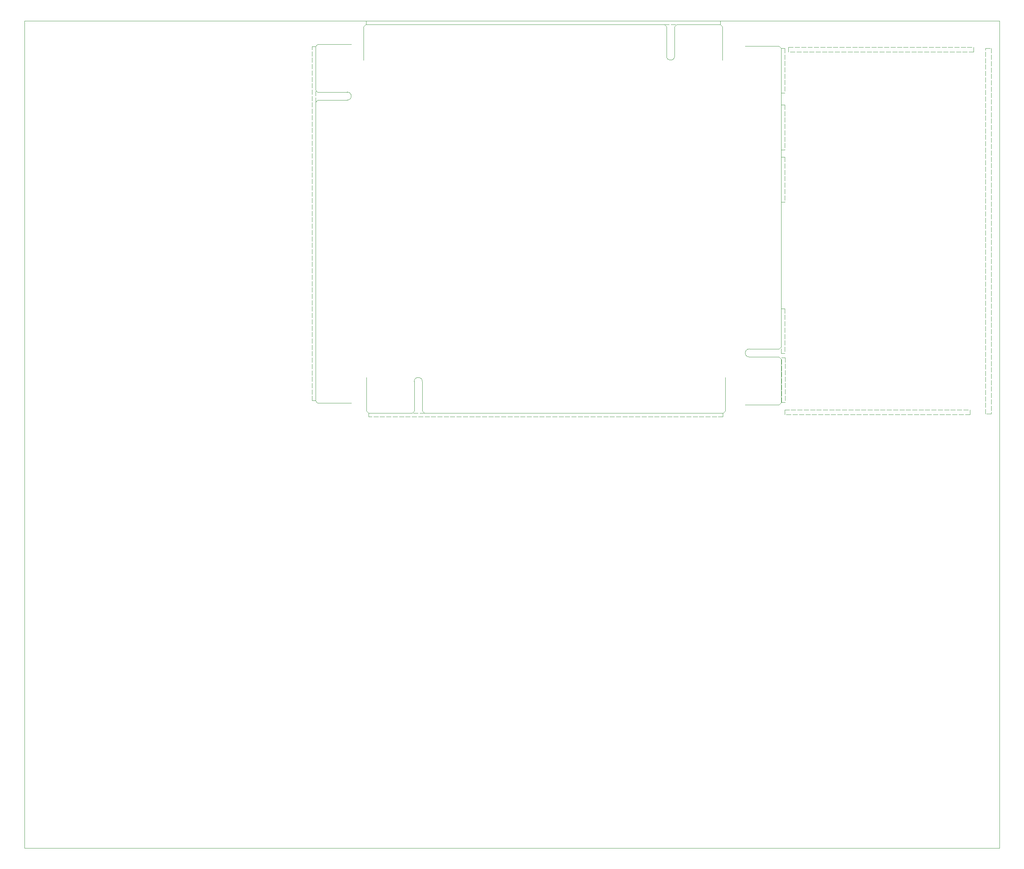
<source format=gbr>
%TF.GenerationSoftware,KiCad,Pcbnew,(7.0.0)*%
%TF.CreationDate,2023-03-18T13:26:35-04:00*%
%TF.ProjectId,FPGAs-Ard_RPi_BB,46504741-732d-4417-9264-5f5250695f42,rev?*%
%TF.SameCoordinates,Original*%
%TF.FileFunction,Profile,NP*%
%FSLAX46Y46*%
G04 Gerber Fmt 4.6, Leading zero omitted, Abs format (unit mm)*
G04 Created by KiCad (PCBNEW (7.0.0)) date 2023-03-18 13:26:35*
%MOMM*%
%LPD*%
G01*
G04 APERTURE LIST*
%TA.AperFunction,Profile*%
%ADD10C,0.100000*%
%TD*%
G04 APERTURE END LIST*
D10*
X354650000Y-22250000D02*
X355500000Y-22250000D01*
X355500000Y-22250000D02*
X355500000Y-23350000D01*
X355500000Y-23750000D02*
X355500000Y-24850000D01*
X355500000Y-25250000D02*
X355500000Y-26350000D01*
X355500000Y-26750000D02*
X355500000Y-27850000D01*
X355500000Y-28250000D02*
X355500000Y-29350000D01*
X355500000Y-29750000D02*
X355500000Y-30850000D01*
X355500000Y-31250000D02*
X355500000Y-32350000D01*
X355500000Y-32750000D02*
X355500000Y-32800000D01*
X355500000Y-32800000D02*
X354650000Y-32800000D01*
X354650000Y-32800000D02*
X354650000Y-31700000D01*
X354650000Y-31300000D02*
X354650000Y-30200000D01*
X354650000Y-29800000D02*
X354650000Y-28700000D01*
X354650000Y-28300000D02*
X354650000Y-27200000D01*
X354650000Y-26800000D02*
X354650000Y-25700000D01*
X354650000Y-25300000D02*
X354650000Y-24200000D01*
X354650000Y-23800000D02*
X354650000Y-22700000D01*
X354650000Y-22300000D02*
X354650000Y-22250000D01*
X244400000Y-21850000D02*
X245250000Y-21850000D01*
X245250000Y-21850000D02*
X245250000Y-22950000D01*
X245250000Y-23350000D02*
X245250000Y-24450000D01*
X245250000Y-24850000D02*
X245250000Y-25950000D01*
X245250000Y-26350000D02*
X245250000Y-27450000D01*
X245250000Y-27850000D02*
X245250000Y-28950000D01*
X245250000Y-29350000D02*
X245250000Y-30450000D01*
X245250000Y-30850000D02*
X245250000Y-31950000D01*
X245250000Y-32350000D02*
X245250000Y-33450000D01*
X245250000Y-33850000D02*
X245250000Y-34950000D01*
X245250000Y-35350000D02*
X245250000Y-36450000D01*
X245250000Y-36850000D02*
X245250000Y-37950000D01*
X245250000Y-38350000D02*
X245250000Y-39450000D01*
X245250000Y-39850000D02*
X245250000Y-40950000D01*
X245250000Y-41350000D02*
X245250000Y-42450000D01*
X245250000Y-42850000D02*
X245250000Y-43950000D01*
X245250000Y-44350000D02*
X245250000Y-45450000D01*
X245250000Y-45850000D02*
X245250000Y-46950000D01*
X245250000Y-47350000D02*
X245250000Y-48450000D01*
X245250000Y-48850000D02*
X245250000Y-49950000D01*
X245250000Y-50350000D02*
X245250000Y-51450000D01*
X245250000Y-51850000D02*
X245250000Y-52950000D01*
X245250000Y-53350000D02*
X245250000Y-54450000D01*
X245250000Y-54850000D02*
X245250000Y-55950000D01*
X245250000Y-56350000D02*
X245250000Y-57450000D01*
X245250000Y-57850000D02*
X245250000Y-58950000D01*
X245250000Y-59350000D02*
X245250000Y-60450000D01*
X245250000Y-60850000D02*
X245250000Y-61950000D01*
X245250000Y-62350000D02*
X245250000Y-63450000D01*
X245250000Y-63850000D02*
X245250000Y-64950000D01*
X245250000Y-65350000D02*
X245250000Y-66450000D01*
X245250000Y-66850000D02*
X245250000Y-67950000D01*
X245250000Y-68350000D02*
X245250000Y-69450000D01*
X245250000Y-69850000D02*
X245250000Y-70950000D01*
X245250000Y-71350000D02*
X245250000Y-72450000D01*
X245250000Y-72850000D02*
X245250000Y-73950000D01*
X245250000Y-74350000D02*
X245250000Y-75450000D01*
X245250000Y-75850000D02*
X245250000Y-76950000D01*
X245250000Y-77350000D02*
X245250000Y-78450000D01*
X245250000Y-78850000D02*
X245250000Y-79950000D01*
X245250000Y-80350000D02*
X245250000Y-81450000D01*
X245250000Y-81850000D02*
X245250000Y-82950000D01*
X245250000Y-83350000D02*
X245250000Y-84450000D01*
X245250000Y-84850000D02*
X245250000Y-85950000D01*
X245250000Y-86350000D02*
X245250000Y-87450000D01*
X245250000Y-87850000D02*
X245250000Y-88950000D01*
X245250000Y-89350000D02*
X245250000Y-90450000D01*
X245250000Y-90850000D02*
X245250000Y-91950000D01*
X245250000Y-92350000D02*
X245250000Y-93450000D01*
X245250000Y-93850000D02*
X245250000Y-94950000D01*
X245250000Y-95350000D02*
X245250000Y-96450000D01*
X245250000Y-96850000D02*
X245250000Y-97950000D01*
X245250000Y-98350000D02*
X245250000Y-99450000D01*
X245250000Y-99850000D02*
X245250000Y-100950000D01*
X245250000Y-101350000D02*
X245250000Y-102450000D01*
X245250000Y-102850000D02*
X245250000Y-103950000D01*
X245250000Y-104350000D02*
X245250000Y-105100000D01*
X245250000Y-105100000D02*
X244400000Y-105100000D01*
X244400000Y-105100000D02*
X244400000Y-104000000D01*
X244400000Y-103600000D02*
X244400000Y-102500000D01*
X244400000Y-102100000D02*
X244400000Y-101000000D01*
X244400000Y-100600000D02*
X244400000Y-99500000D01*
X244400000Y-99100000D02*
X244400000Y-98000000D01*
X244400000Y-97600000D02*
X244400000Y-96500000D01*
X244400000Y-96100000D02*
X244400000Y-95000000D01*
X244400000Y-94600000D02*
X244400000Y-93500000D01*
X244400000Y-93100000D02*
X244400000Y-92000000D01*
X244400000Y-91600000D02*
X244400000Y-90500000D01*
X244400000Y-90100000D02*
X244400000Y-89000000D01*
X244400000Y-88600000D02*
X244400000Y-87500000D01*
X244400000Y-87100000D02*
X244400000Y-86000000D01*
X244400000Y-85600000D02*
X244400000Y-84500000D01*
X244400000Y-84100000D02*
X244400000Y-83000000D01*
X244400000Y-82600000D02*
X244400000Y-81500000D01*
X244400000Y-81100000D02*
X244400000Y-80000000D01*
X244400000Y-79600000D02*
X244400000Y-78500000D01*
X244400000Y-78100000D02*
X244400000Y-77000000D01*
X244400000Y-76600000D02*
X244400000Y-75500000D01*
X244400000Y-75100000D02*
X244400000Y-74000000D01*
X244400000Y-73600000D02*
X244400000Y-72500000D01*
X244400000Y-72100000D02*
X244400000Y-71000000D01*
X244400000Y-70600000D02*
X244400000Y-69500000D01*
X244400000Y-69100000D02*
X244400000Y-68000000D01*
X244400000Y-67600000D02*
X244400000Y-66500000D01*
X244400000Y-66100000D02*
X244400000Y-65000000D01*
X244400000Y-64600000D02*
X244400000Y-63500000D01*
X244400000Y-63100000D02*
X244400000Y-62000000D01*
X244400000Y-61600000D02*
X244400000Y-60500000D01*
X244400000Y-60100000D02*
X244400000Y-59000000D01*
X244400000Y-58600000D02*
X244400000Y-57500000D01*
X244400000Y-57100000D02*
X244400000Y-56000000D01*
X244400000Y-55600000D02*
X244400000Y-54500000D01*
X244400000Y-54100000D02*
X244400000Y-53000000D01*
X244400000Y-52600000D02*
X244400000Y-51500000D01*
X244400000Y-51100000D02*
X244400000Y-50000000D01*
X244400000Y-49600000D02*
X244400000Y-48500000D01*
X244400000Y-48100000D02*
X244400000Y-47000000D01*
X244400000Y-46600000D02*
X244400000Y-45500000D01*
X244400000Y-45100000D02*
X244400000Y-44000000D01*
X244400000Y-43600000D02*
X244400000Y-42500000D01*
X244400000Y-42100000D02*
X244400000Y-41000000D01*
X244400000Y-40600000D02*
X244400000Y-39500000D01*
X244400000Y-39100000D02*
X244400000Y-38000000D01*
X244400000Y-37600000D02*
X244400000Y-36500000D01*
X244400000Y-36100000D02*
X244400000Y-35000000D01*
X244400000Y-34600000D02*
X244400000Y-33500000D01*
X244400000Y-33100000D02*
X244400000Y-32000000D01*
X244400000Y-31600000D02*
X244400000Y-30500000D01*
X244400000Y-30100000D02*
X244400000Y-29000000D01*
X244400000Y-28600000D02*
X244400000Y-27500000D01*
X244400000Y-27100000D02*
X244400000Y-26000000D01*
X244400000Y-25600000D02*
X244400000Y-24500000D01*
X244400000Y-24100000D02*
X244400000Y-23000000D01*
X244400000Y-22600000D02*
X244400000Y-21850000D01*
X354650000Y-35550000D02*
X355500000Y-35550000D01*
X355500000Y-35550000D02*
X355500000Y-36650000D01*
X355500000Y-37050000D02*
X355500000Y-38150000D01*
X355500000Y-38550000D02*
X355500000Y-39650000D01*
X355500000Y-40050000D02*
X355500000Y-41150000D01*
X355500000Y-41550000D02*
X355500000Y-42650000D01*
X355500000Y-43050000D02*
X355500000Y-44150000D01*
X355500000Y-44550000D02*
X355500000Y-45650000D01*
X355500000Y-46050000D02*
X355500000Y-46100000D01*
X355500000Y-46100000D02*
X354650000Y-46100000D01*
X354650000Y-46100000D02*
X354650000Y-45000000D01*
X354650000Y-44600000D02*
X354650000Y-43500000D01*
X354650000Y-43100000D02*
X354650000Y-42000000D01*
X354650000Y-41600000D02*
X354650000Y-40500000D01*
X354650000Y-40100000D02*
X354650000Y-39000000D01*
X354650000Y-38600000D02*
X354650000Y-37500000D01*
X354650000Y-37100000D02*
X354650000Y-36000000D01*
X354650000Y-35600000D02*
X354650000Y-35550000D01*
X257100000Y-15800000D02*
X258200000Y-15800000D01*
X258600000Y-15800000D02*
X259700000Y-15800000D01*
X260100000Y-15800000D02*
X261200000Y-15800000D01*
X261600000Y-15800000D02*
X262700000Y-15800000D01*
X263100000Y-15800000D02*
X264200000Y-15800000D01*
X264600000Y-15800000D02*
X265700000Y-15800000D01*
X266100000Y-15800000D02*
X267200000Y-15800000D01*
X267600000Y-15800000D02*
X268700000Y-15800000D01*
X269100000Y-15800000D02*
X270200000Y-15800000D01*
X270600000Y-15800000D02*
X271700000Y-15800000D01*
X272100000Y-15800000D02*
X273200000Y-15800000D01*
X273600000Y-15800000D02*
X274700000Y-15800000D01*
X275100000Y-15800000D02*
X276200000Y-15800000D01*
X276600000Y-15800000D02*
X277700000Y-15800000D01*
X278100000Y-15800000D02*
X279200000Y-15800000D01*
X279600000Y-15800000D02*
X280700000Y-15800000D01*
X281100000Y-15800000D02*
X282200000Y-15800000D01*
X282600000Y-15800000D02*
X283700000Y-15800000D01*
X284100000Y-15800000D02*
X285200000Y-15800000D01*
X285600000Y-15800000D02*
X286700000Y-15800000D01*
X287100000Y-15800000D02*
X288200000Y-15800000D01*
X288600000Y-15800000D02*
X289700000Y-15800000D01*
X290100000Y-15800000D02*
X291200000Y-15800000D01*
X291600000Y-15800000D02*
X292700000Y-15800000D01*
X293100000Y-15800000D02*
X294200000Y-15800000D01*
X294600000Y-15800000D02*
X295700000Y-15800000D01*
X296100000Y-15800000D02*
X297200000Y-15800000D01*
X297600000Y-15800000D02*
X298700000Y-15800000D01*
X299100000Y-15800000D02*
X300200000Y-15800000D01*
X300600000Y-15800000D02*
X301700000Y-15800000D01*
X302100000Y-15800000D02*
X303200000Y-15800000D01*
X303600000Y-15800000D02*
X304700000Y-15800000D01*
X305100000Y-15800000D02*
X306200000Y-15800000D01*
X306600000Y-15800000D02*
X307700000Y-15800000D01*
X308100000Y-15800000D02*
X309200000Y-15800000D01*
X309600000Y-15800000D02*
X310700000Y-15800000D01*
X311100000Y-15800000D02*
X312200000Y-15800000D01*
X312600000Y-15800000D02*
X313700000Y-15800000D01*
X314100000Y-15800000D02*
X315200000Y-15800000D01*
X315600000Y-15800000D02*
X316700000Y-15800000D01*
X317100000Y-15800000D02*
X318200000Y-15800000D01*
X318600000Y-15800000D02*
X319700000Y-15800000D01*
X320100000Y-15800000D02*
X321200000Y-15800000D01*
X321600000Y-15800000D02*
X322700000Y-15800000D01*
X323100000Y-15800000D02*
X324200000Y-15800000D01*
X324600000Y-15800000D02*
X325700000Y-15800000D01*
X326100000Y-15800000D02*
X327200000Y-15800000D01*
X327600000Y-15800000D02*
X328700000Y-15800000D01*
X329100000Y-15800000D02*
X330200000Y-15800000D01*
X330600000Y-15800000D02*
X331700000Y-15800000D01*
X332100000Y-15800000D02*
X333200000Y-15800000D01*
X333600000Y-15800000D02*
X334700000Y-15800000D01*
X335100000Y-15800000D02*
X336200000Y-15800000D01*
X336600000Y-15800000D02*
X337700000Y-15800000D01*
X338100000Y-15800000D02*
X339200000Y-15800000D01*
X339600000Y-15800000D02*
X340350000Y-15800000D01*
X340350000Y-15800000D02*
X340350000Y-16650000D01*
X340350000Y-16650000D02*
X339250000Y-16650000D01*
X338850000Y-16650000D02*
X337750000Y-16650000D01*
X337350000Y-16650000D02*
X336250000Y-16650000D01*
X335850000Y-16650000D02*
X334750000Y-16650000D01*
X334350000Y-16650000D02*
X333250000Y-16650000D01*
X332850000Y-16650000D02*
X331750000Y-16650000D01*
X331350000Y-16650000D02*
X330250000Y-16650000D01*
X329850000Y-16650000D02*
X328750000Y-16650000D01*
X328350000Y-16650000D02*
X327250000Y-16650000D01*
X326850000Y-16650000D02*
X325750000Y-16650000D01*
X325350000Y-16650000D02*
X324250000Y-16650000D01*
X323850000Y-16650000D02*
X322750000Y-16650000D01*
X322350000Y-16650000D02*
X321250000Y-16650000D01*
X320850000Y-16650000D02*
X319750000Y-16650000D01*
X319350000Y-16650000D02*
X318250000Y-16650000D01*
X317850000Y-16650000D02*
X316750000Y-16650000D01*
X316350000Y-16650000D02*
X315250000Y-16650000D01*
X314850000Y-16650000D02*
X313750000Y-16650000D01*
X313350000Y-16650000D02*
X312250000Y-16650000D01*
X311850000Y-16650000D02*
X310750000Y-16650000D01*
X310350000Y-16650000D02*
X309250000Y-16650000D01*
X308850000Y-16650000D02*
X307750000Y-16650000D01*
X307350000Y-16650000D02*
X306250000Y-16650000D01*
X305850000Y-16650000D02*
X304750000Y-16650000D01*
X304350000Y-16650000D02*
X303250000Y-16650000D01*
X302850000Y-16650000D02*
X301750000Y-16650000D01*
X301350000Y-16650000D02*
X300250000Y-16650000D01*
X299850000Y-16650000D02*
X298750000Y-16650000D01*
X298350000Y-16650000D02*
X297250000Y-16650000D01*
X296850000Y-16650000D02*
X295750000Y-16650000D01*
X295350000Y-16650000D02*
X294250000Y-16650000D01*
X293850000Y-16650000D02*
X292750000Y-16650000D01*
X292350000Y-16650000D02*
X291250000Y-16650000D01*
X290850000Y-16650000D02*
X289750000Y-16650000D01*
X289350000Y-16650000D02*
X288250000Y-16650000D01*
X287850000Y-16650000D02*
X286750000Y-16650000D01*
X286350000Y-16650000D02*
X285250000Y-16650000D01*
X284850000Y-16650000D02*
X283750000Y-16650000D01*
X283350000Y-16650000D02*
X282250000Y-16650000D01*
X281850000Y-16650000D02*
X280750000Y-16650000D01*
X280350000Y-16650000D02*
X279250000Y-16650000D01*
X278850000Y-16650000D02*
X277750000Y-16650000D01*
X277350000Y-16650000D02*
X276250000Y-16650000D01*
X275850000Y-16650000D02*
X274750000Y-16650000D01*
X274350000Y-16650000D02*
X273250000Y-16650000D01*
X272850000Y-16650000D02*
X271750000Y-16650000D01*
X271350000Y-16650000D02*
X270250000Y-16650000D01*
X269850000Y-16650000D02*
X268750000Y-16650000D01*
X268350000Y-16650000D02*
X267250000Y-16650000D01*
X266850000Y-16650000D02*
X265750000Y-16650000D01*
X265350000Y-16650000D02*
X264250000Y-16650000D01*
X263850000Y-16650000D02*
X262750000Y-16650000D01*
X262350000Y-16650000D02*
X261250000Y-16650000D01*
X260850000Y-16650000D02*
X259750000Y-16650000D01*
X259350000Y-16650000D02*
X258250000Y-16650000D01*
X257850000Y-16650000D02*
X257100000Y-16650000D01*
X257100000Y-16650000D02*
X257100000Y-15800000D01*
X402700000Y-22300000D02*
X403800000Y-22300000D01*
X404000000Y-22300000D02*
X404000000Y-23400000D01*
X404000000Y-23800000D02*
X404000000Y-24900000D01*
X404000000Y-25300000D02*
X404000000Y-26400000D01*
X404000000Y-26800000D02*
X404000000Y-27900000D01*
X404000000Y-28300000D02*
X404000000Y-29400000D01*
X404000000Y-29800000D02*
X404000000Y-30900000D01*
X404000000Y-31300000D02*
X404000000Y-32400000D01*
X404000000Y-32800000D02*
X404000000Y-33900000D01*
X404000000Y-34300000D02*
X404000000Y-35400000D01*
X404000000Y-35800000D02*
X404000000Y-36900000D01*
X404000000Y-37300000D02*
X404000000Y-38400000D01*
X404000000Y-38800000D02*
X404000000Y-39900000D01*
X404000000Y-40300000D02*
X404000000Y-41400000D01*
X404000000Y-41800000D02*
X404000000Y-42900000D01*
X404000000Y-43300000D02*
X404000000Y-44400000D01*
X404000000Y-44800000D02*
X404000000Y-45900000D01*
X404000000Y-46300000D02*
X404000000Y-47400000D01*
X404000000Y-47800000D02*
X404000000Y-48900000D01*
X404000000Y-49300000D02*
X404000000Y-50400000D01*
X404000000Y-50800000D02*
X404000000Y-51900000D01*
X404000000Y-52300000D02*
X404000000Y-53400000D01*
X404000000Y-53800000D02*
X404000000Y-54900000D01*
X404000000Y-55300000D02*
X404000000Y-56400000D01*
X404000000Y-56800000D02*
X404000000Y-57900000D01*
X404000000Y-58300000D02*
X404000000Y-59400000D01*
X404000000Y-59800000D02*
X404000000Y-60900000D01*
X404000000Y-61300000D02*
X404000000Y-62400000D01*
X404000000Y-62800000D02*
X404000000Y-63900000D01*
X404000000Y-64300000D02*
X404000000Y-65400000D01*
X404000000Y-65800000D02*
X404000000Y-66900000D01*
X404000000Y-67300000D02*
X404000000Y-68400000D01*
X404000000Y-68800000D02*
X404000000Y-69900000D01*
X404000000Y-70300000D02*
X404000000Y-71400000D01*
X404000000Y-71800000D02*
X404000000Y-72900000D01*
X404000000Y-73300000D02*
X404000000Y-74400000D01*
X404000000Y-74800000D02*
X404000000Y-75900000D01*
X404000000Y-76300000D02*
X404000000Y-77400000D01*
X404000000Y-77800000D02*
X404000000Y-78900000D01*
X404000000Y-79300000D02*
X404000000Y-80400000D01*
X404000000Y-80800000D02*
X404000000Y-81900000D01*
X404000000Y-82300000D02*
X404000000Y-83400000D01*
X404000000Y-83800000D02*
X404000000Y-84900000D01*
X404000000Y-85300000D02*
X404000000Y-86400000D01*
X404000000Y-86800000D02*
X404000000Y-87900000D01*
X404000000Y-88300000D02*
X404000000Y-89400000D01*
X404000000Y-89800000D02*
X404000000Y-90900000D01*
X404000000Y-91300000D02*
X404000000Y-92400000D01*
X404000000Y-92800000D02*
X404000000Y-93900000D01*
X404000000Y-94300000D02*
X404000000Y-95400000D01*
X404000000Y-95800000D02*
X404000000Y-96900000D01*
X404000000Y-97300000D02*
X404000000Y-98400000D01*
X404000000Y-98800000D02*
X404000000Y-99900000D01*
X404000000Y-100300000D02*
X404000000Y-101400000D01*
X404000000Y-101800000D02*
X404000000Y-102900000D01*
X404000000Y-103300000D02*
X404000000Y-104400000D01*
X404000000Y-104800000D02*
X404000000Y-105900000D01*
X404000000Y-106300000D02*
X404000000Y-107400000D01*
X404000000Y-107800000D02*
X404000000Y-108200000D01*
X404000000Y-108200000D02*
X402900000Y-108200000D01*
X402700000Y-108200000D02*
X402700000Y-107100000D01*
X402700000Y-106700000D02*
X402700000Y-105600000D01*
X402700000Y-105200000D02*
X402700000Y-104100000D01*
X402700000Y-103700000D02*
X402700000Y-102600000D01*
X402700000Y-102200000D02*
X402700000Y-101100000D01*
X402700000Y-100700000D02*
X402700000Y-99600000D01*
X402700000Y-99200000D02*
X402700000Y-98100000D01*
X402700000Y-97700000D02*
X402700000Y-96600000D01*
X402700000Y-96200000D02*
X402700000Y-95100000D01*
X402700000Y-94700000D02*
X402700000Y-93600000D01*
X402700000Y-93200000D02*
X402700000Y-92100000D01*
X402700000Y-91700000D02*
X402700000Y-90600000D01*
X402700000Y-90200000D02*
X402700000Y-89100000D01*
X402700000Y-88700000D02*
X402700000Y-87600000D01*
X402700000Y-87200000D02*
X402700000Y-86100000D01*
X402700000Y-85700000D02*
X402700000Y-84600000D01*
X402700000Y-84200000D02*
X402700000Y-83100000D01*
X402700000Y-82700000D02*
X402700000Y-81600000D01*
X402700000Y-81200000D02*
X402700000Y-80100000D01*
X402700000Y-79700000D02*
X402700000Y-78600000D01*
X402700000Y-78200000D02*
X402700000Y-77100000D01*
X402700000Y-76700000D02*
X402700000Y-75600000D01*
X402700000Y-75200000D02*
X402700000Y-74100000D01*
X402700000Y-73700000D02*
X402700000Y-72600000D01*
X402700000Y-72200000D02*
X402700000Y-71100000D01*
X402700000Y-70700000D02*
X402700000Y-69600000D01*
X402700000Y-69200000D02*
X402700000Y-68100000D01*
X402700000Y-67700000D02*
X402700000Y-66600000D01*
X402700000Y-66200000D02*
X402700000Y-65100000D01*
X402700000Y-64700000D02*
X402700000Y-63600000D01*
X402700000Y-63200000D02*
X402700000Y-62100000D01*
X402700000Y-61700000D02*
X402700000Y-60600000D01*
X402700000Y-60200000D02*
X402700000Y-59100000D01*
X402700000Y-58700000D02*
X402700000Y-57600000D01*
X402700000Y-57200000D02*
X402700000Y-56100000D01*
X402700000Y-55700000D02*
X402700000Y-54600000D01*
X402700000Y-54200000D02*
X402700000Y-53100000D01*
X402700000Y-52700000D02*
X402700000Y-51600000D01*
X402700000Y-51200000D02*
X402700000Y-50100000D01*
X402700000Y-49700000D02*
X402700000Y-48600000D01*
X402700000Y-48200000D02*
X402700000Y-47100000D01*
X402700000Y-46700000D02*
X402700000Y-45600000D01*
X402700000Y-45200000D02*
X402700000Y-44100000D01*
X402700000Y-43700000D02*
X402700000Y-42600000D01*
X402700000Y-42200000D02*
X402700000Y-41100000D01*
X402700000Y-40700000D02*
X402700000Y-39600000D01*
X402700000Y-39200000D02*
X402700000Y-38100000D01*
X402700000Y-37700000D02*
X402700000Y-36600000D01*
X402700000Y-36200000D02*
X402700000Y-35100000D01*
X402700000Y-34700000D02*
X402700000Y-33600000D01*
X402700000Y-33200000D02*
X402700000Y-32100000D01*
X402700000Y-31700000D02*
X402700000Y-30600000D01*
X402700000Y-30200000D02*
X402700000Y-29100000D01*
X402700000Y-28700000D02*
X402700000Y-27600000D01*
X402700000Y-27200000D02*
X402700000Y-26100000D01*
X402700000Y-25700000D02*
X402700000Y-24600000D01*
X402700000Y-24200000D02*
X402700000Y-23100000D01*
X402700000Y-22700000D02*
X402700000Y-22300000D01*
X176900000Y-15800000D02*
X406000000Y-15800000D01*
X406000000Y-15800000D02*
X406000000Y-210300000D01*
X406000000Y-210300000D02*
X176900000Y-210300000D01*
X176900000Y-210300000D02*
X176900000Y-15800000D01*
X354750000Y-94950000D02*
X355600000Y-94950000D01*
X355600000Y-94950000D02*
X355600000Y-96050000D01*
X355600000Y-96450000D02*
X355600000Y-97550000D01*
X355600000Y-97950000D02*
X355600000Y-99050000D01*
X355600000Y-99450000D02*
X355600000Y-100550000D01*
X355600000Y-100950000D02*
X355600000Y-102050000D01*
X355600000Y-102450000D02*
X355600000Y-103550000D01*
X355600000Y-103950000D02*
X355600000Y-105050000D01*
X355600000Y-105450000D02*
X355600000Y-105500000D01*
X355600000Y-105500000D02*
X354750000Y-105500000D01*
X354750000Y-105500000D02*
X354750000Y-104400000D01*
X354750000Y-104000000D02*
X354750000Y-102900000D01*
X354750000Y-102500000D02*
X354750000Y-101400000D01*
X354750000Y-101000000D02*
X354750000Y-99900000D01*
X354750000Y-99500000D02*
X354750000Y-98400000D01*
X354750000Y-98000000D02*
X354750000Y-96900000D01*
X354750000Y-96500000D02*
X354750000Y-95400000D01*
X354750000Y-95000000D02*
X354750000Y-94950000D01*
X355500000Y-107300000D02*
X356600000Y-107300000D01*
X357000000Y-107300000D02*
X358100000Y-107300000D01*
X358500000Y-107300000D02*
X359600000Y-107300000D01*
X360000000Y-107300000D02*
X361100000Y-107300000D01*
X361500000Y-107300000D02*
X362600000Y-107300000D01*
X363000000Y-107300000D02*
X364100000Y-107300000D01*
X364500000Y-107300000D02*
X365600000Y-107300000D01*
X366000000Y-107300000D02*
X367100000Y-107300000D01*
X367500000Y-107300000D02*
X368600000Y-107300000D01*
X369000000Y-107300000D02*
X370100000Y-107300000D01*
X370500000Y-107300000D02*
X371600000Y-107300000D01*
X372000000Y-107300000D02*
X373100000Y-107300000D01*
X373500000Y-107300000D02*
X374600000Y-107300000D01*
X375000000Y-107300000D02*
X376100000Y-107300000D01*
X376500000Y-107300000D02*
X377600000Y-107300000D01*
X378000000Y-107300000D02*
X379100000Y-107300000D01*
X379500000Y-107300000D02*
X380600000Y-107300000D01*
X381000000Y-107300000D02*
X382100000Y-107300000D01*
X382500000Y-107300000D02*
X383600000Y-107300000D01*
X384000000Y-107300000D02*
X385100000Y-107300000D01*
X385500000Y-107300000D02*
X386600000Y-107300000D01*
X387000000Y-107300000D02*
X388100000Y-107300000D01*
X388500000Y-107300000D02*
X389600000Y-107300000D01*
X390000000Y-107300000D02*
X391100000Y-107300000D01*
X391500000Y-107300000D02*
X392600000Y-107300000D01*
X393000000Y-107300000D02*
X394100000Y-107300000D01*
X394500000Y-107300000D02*
X395600000Y-107300000D01*
X396000000Y-107300000D02*
X397100000Y-107300000D01*
X397500000Y-107300000D02*
X398600000Y-107300000D01*
X399000000Y-107300000D02*
X399000000Y-107300000D01*
X399000000Y-107300000D02*
X399000000Y-108400000D01*
X399000000Y-108400000D02*
X397900000Y-108400000D01*
X397500000Y-108400000D02*
X396400000Y-108400000D01*
X396000000Y-108400000D02*
X394900000Y-108400000D01*
X394500000Y-108400000D02*
X393400000Y-108400000D01*
X393000000Y-108400000D02*
X391900000Y-108400000D01*
X391500000Y-108400000D02*
X390400000Y-108400000D01*
X390000000Y-108400000D02*
X388900000Y-108400000D01*
X388500000Y-108400000D02*
X387400000Y-108400000D01*
X387000000Y-108400000D02*
X385900000Y-108400000D01*
X385500000Y-108400000D02*
X384400000Y-108400000D01*
X384000000Y-108400000D02*
X382900000Y-108400000D01*
X382500000Y-108400000D02*
X381400000Y-108400000D01*
X381000000Y-108400000D02*
X379900000Y-108400000D01*
X379500000Y-108400000D02*
X378400000Y-108400000D01*
X378000000Y-108400000D02*
X376900000Y-108400000D01*
X376500000Y-108400000D02*
X375400000Y-108400000D01*
X375000000Y-108400000D02*
X373900000Y-108400000D01*
X373500000Y-108400000D02*
X372400000Y-108400000D01*
X372000000Y-108400000D02*
X370900000Y-108400000D01*
X370500000Y-108400000D02*
X369400000Y-108400000D01*
X369000000Y-108400000D02*
X367900000Y-108400000D01*
X367500000Y-108400000D02*
X366400000Y-108400000D01*
X366000000Y-108400000D02*
X364900000Y-108400000D01*
X364500000Y-108400000D02*
X363400000Y-108400000D01*
X363000000Y-108400000D02*
X361900000Y-108400000D01*
X361500000Y-108400000D02*
X360400000Y-108400000D01*
X360000000Y-108400000D02*
X358900000Y-108400000D01*
X358500000Y-108400000D02*
X357400000Y-108400000D01*
X357000000Y-108400000D02*
X355900000Y-108400000D01*
X355500000Y-108400000D02*
X355500000Y-108400000D01*
X355500000Y-108400000D02*
X355500000Y-107300000D01*
X354650000Y-47850000D02*
X355500000Y-47850000D01*
X355500000Y-47850000D02*
X355500000Y-48950000D01*
X355500000Y-49350000D02*
X355500000Y-50450000D01*
X355500000Y-50850000D02*
X355500000Y-51950000D01*
X355500000Y-52350000D02*
X355500000Y-53450000D01*
X355500000Y-53850000D02*
X355500000Y-54950000D01*
X355500000Y-55350000D02*
X355500000Y-56450000D01*
X355500000Y-56850000D02*
X355500000Y-57950000D01*
X355500000Y-58350000D02*
X355500000Y-58400000D01*
X355500000Y-58400000D02*
X354650000Y-58400000D01*
X354650000Y-58400000D02*
X354650000Y-57300000D01*
X354650000Y-56900000D02*
X354650000Y-55800000D01*
X354650000Y-55400000D02*
X354650000Y-54300000D01*
X354650000Y-53900000D02*
X354650000Y-52800000D01*
X354650000Y-52400000D02*
X354650000Y-51300000D01*
X354650000Y-50900000D02*
X354650000Y-49800000D01*
X354650000Y-49400000D02*
X354650000Y-48300000D01*
X354650000Y-47900000D02*
X354650000Y-47850000D01*
X257750000Y-108050000D02*
X258850000Y-108050000D01*
X259250000Y-108050000D02*
X260350000Y-108050000D01*
X260750000Y-108050000D02*
X261850000Y-108050000D01*
X262250000Y-108050000D02*
X263350000Y-108050000D01*
X263750000Y-108050000D02*
X264850000Y-108050000D01*
X265250000Y-108050000D02*
X266350000Y-108050000D01*
X266750000Y-108050000D02*
X267850000Y-108050000D01*
X268250000Y-108050000D02*
X269350000Y-108050000D01*
X269750000Y-108050000D02*
X270850000Y-108050000D01*
X271250000Y-108050000D02*
X272350000Y-108050000D01*
X272750000Y-108050000D02*
X273850000Y-108050000D01*
X274250000Y-108050000D02*
X275350000Y-108050000D01*
X275750000Y-108050000D02*
X276850000Y-108050000D01*
X277250000Y-108050000D02*
X278350000Y-108050000D01*
X278750000Y-108050000D02*
X279850000Y-108050000D01*
X280250000Y-108050000D02*
X281350000Y-108050000D01*
X281750000Y-108050000D02*
X282850000Y-108050000D01*
X283250000Y-108050000D02*
X284350000Y-108050000D01*
X284750000Y-108050000D02*
X285850000Y-108050000D01*
X286250000Y-108050000D02*
X287350000Y-108050000D01*
X287750000Y-108050000D02*
X288850000Y-108050000D01*
X289250000Y-108050000D02*
X290350000Y-108050000D01*
X290750000Y-108050000D02*
X291850000Y-108050000D01*
X292250000Y-108050000D02*
X293350000Y-108050000D01*
X293750000Y-108050000D02*
X294850000Y-108050000D01*
X295250000Y-108050000D02*
X296350000Y-108050000D01*
X296750000Y-108050000D02*
X297850000Y-108050000D01*
X298250000Y-108050000D02*
X299350000Y-108050000D01*
X299750000Y-108050000D02*
X300850000Y-108050000D01*
X301250000Y-108050000D02*
X302350000Y-108050000D01*
X302750000Y-108050000D02*
X303850000Y-108050000D01*
X304250000Y-108050000D02*
X305350000Y-108050000D01*
X305750000Y-108050000D02*
X306850000Y-108050000D01*
X307250000Y-108050000D02*
X308350000Y-108050000D01*
X308750000Y-108050000D02*
X309850000Y-108050000D01*
X310250000Y-108050000D02*
X311350000Y-108050000D01*
X311750000Y-108050000D02*
X312850000Y-108050000D01*
X313250000Y-108050000D02*
X314350000Y-108050000D01*
X314750000Y-108050000D02*
X315850000Y-108050000D01*
X316250000Y-108050000D02*
X317350000Y-108050000D01*
X317750000Y-108050000D02*
X318850000Y-108050000D01*
X319250000Y-108050000D02*
X320350000Y-108050000D01*
X320750000Y-108050000D02*
X321850000Y-108050000D01*
X322250000Y-108050000D02*
X323350000Y-108050000D01*
X323750000Y-108050000D02*
X324850000Y-108050000D01*
X325250000Y-108050000D02*
X326350000Y-108050000D01*
X326750000Y-108050000D02*
X327850000Y-108050000D01*
X328250000Y-108050000D02*
X329350000Y-108050000D01*
X329750000Y-108050000D02*
X330850000Y-108050000D01*
X331250000Y-108050000D02*
X332350000Y-108050000D01*
X332750000Y-108050000D02*
X333850000Y-108050000D01*
X334250000Y-108050000D02*
X335350000Y-108050000D01*
X335750000Y-108050000D02*
X336850000Y-108050000D01*
X337250000Y-108050000D02*
X338350000Y-108050000D01*
X338750000Y-108050000D02*
X339850000Y-108050000D01*
X340250000Y-108050000D02*
X341000000Y-108050000D01*
X341000000Y-108050000D02*
X341000000Y-108900000D01*
X341000000Y-108900000D02*
X339900000Y-108900000D01*
X339500000Y-108900000D02*
X338400000Y-108900000D01*
X338000000Y-108900000D02*
X336900000Y-108900000D01*
X336500000Y-108900000D02*
X335400000Y-108900000D01*
X335000000Y-108900000D02*
X333900000Y-108900000D01*
X333500000Y-108900000D02*
X332400000Y-108900000D01*
X332000000Y-108900000D02*
X330900000Y-108900000D01*
X330500000Y-108900000D02*
X329400000Y-108900000D01*
X329000000Y-108900000D02*
X327900000Y-108900000D01*
X327500000Y-108900000D02*
X326400000Y-108900000D01*
X326000000Y-108900000D02*
X324900000Y-108900000D01*
X324500000Y-108900000D02*
X323400000Y-108900000D01*
X323000000Y-108900000D02*
X321900000Y-108900000D01*
X321500000Y-108900000D02*
X320400000Y-108900000D01*
X320000000Y-108900000D02*
X318900000Y-108900000D01*
X318500000Y-108900000D02*
X317400000Y-108900000D01*
X317000000Y-108900000D02*
X315900000Y-108900000D01*
X315500000Y-108900000D02*
X314400000Y-108900000D01*
X314000000Y-108900000D02*
X312900000Y-108900000D01*
X312500000Y-108900000D02*
X311400000Y-108900000D01*
X311000000Y-108900000D02*
X309900000Y-108900000D01*
X309500000Y-108900000D02*
X308400000Y-108900000D01*
X308000000Y-108900000D02*
X306900000Y-108900000D01*
X306500000Y-108900000D02*
X305400000Y-108900000D01*
X305000000Y-108900000D02*
X303900000Y-108900000D01*
X303500000Y-108900000D02*
X302400000Y-108900000D01*
X302000000Y-108900000D02*
X300900000Y-108900000D01*
X300500000Y-108900000D02*
X299400000Y-108900000D01*
X299000000Y-108900000D02*
X297900000Y-108900000D01*
X297500000Y-108900000D02*
X296400000Y-108900000D01*
X296000000Y-108900000D02*
X294900000Y-108900000D01*
X294500000Y-108900000D02*
X293400000Y-108900000D01*
X293000000Y-108900000D02*
X291900000Y-108900000D01*
X291500000Y-108900000D02*
X290400000Y-108900000D01*
X290000000Y-108900000D02*
X288900000Y-108900000D01*
X288500000Y-108900000D02*
X287400000Y-108900000D01*
X287000000Y-108900000D02*
X285900000Y-108900000D01*
X285500000Y-108900000D02*
X284400000Y-108900000D01*
X284000000Y-108900000D02*
X282900000Y-108900000D01*
X282500000Y-108900000D02*
X281400000Y-108900000D01*
X281000000Y-108900000D02*
X279900000Y-108900000D01*
X279500000Y-108900000D02*
X278400000Y-108900000D01*
X278000000Y-108900000D02*
X276900000Y-108900000D01*
X276500000Y-108900000D02*
X275400000Y-108900000D01*
X275000000Y-108900000D02*
X273900000Y-108900000D01*
X273500000Y-108900000D02*
X272400000Y-108900000D01*
X272000000Y-108900000D02*
X270900000Y-108900000D01*
X270500000Y-108900000D02*
X269400000Y-108900000D01*
X269000000Y-108900000D02*
X267900000Y-108900000D01*
X267500000Y-108900000D02*
X266400000Y-108900000D01*
X266000000Y-108900000D02*
X264900000Y-108900000D01*
X264500000Y-108900000D02*
X263400000Y-108900000D01*
X263000000Y-108900000D02*
X261900000Y-108900000D01*
X261500000Y-108900000D02*
X260400000Y-108900000D01*
X260000000Y-108900000D02*
X258900000Y-108900000D01*
X258500000Y-108900000D02*
X257750000Y-108900000D01*
X257750000Y-108900000D02*
X257750000Y-108050000D01*
X354650000Y-83450000D02*
X355500000Y-83450000D01*
X355500000Y-83450000D02*
X355500000Y-84550000D01*
X355500000Y-84950000D02*
X355500000Y-86050000D01*
X355500000Y-86450000D02*
X355500000Y-87550000D01*
X355500000Y-87950000D02*
X355500000Y-89050000D01*
X355500000Y-89450000D02*
X355500000Y-90550000D01*
X355500000Y-90950000D02*
X355500000Y-92050000D01*
X355500000Y-92450000D02*
X355500000Y-93550000D01*
X355500000Y-93950000D02*
X355500000Y-94000000D01*
X355500000Y-94000000D02*
X354650000Y-94000000D01*
X354650000Y-94000000D02*
X354650000Y-92900000D01*
X354650000Y-92500000D02*
X354650000Y-91400000D01*
X354650000Y-91000000D02*
X354650000Y-89900000D01*
X354650000Y-89500000D02*
X354650000Y-88400000D01*
X354650000Y-88000000D02*
X354650000Y-86900000D01*
X354650000Y-86500000D02*
X354650000Y-85400000D01*
X354650000Y-85000000D02*
X354650000Y-83900000D01*
X354650000Y-83500000D02*
X354650000Y-83450000D01*
X356400000Y-22000000D02*
X357500000Y-22000000D01*
X357900000Y-22000000D02*
X359000000Y-22000000D01*
X359400000Y-22000000D02*
X360500000Y-22000000D01*
X360900000Y-22000000D02*
X362000000Y-22000000D01*
X362400000Y-22000000D02*
X363500000Y-22000000D01*
X363900000Y-22000000D02*
X365000000Y-22000000D01*
X365400000Y-22000000D02*
X366500000Y-22000000D01*
X366900000Y-22000000D02*
X368000000Y-22000000D01*
X368400000Y-22000000D02*
X369500000Y-22000000D01*
X369900000Y-22000000D02*
X371000000Y-22000000D01*
X371400000Y-22000000D02*
X372500000Y-22000000D01*
X372900000Y-22000000D02*
X374000000Y-22000000D01*
X374400000Y-22000000D02*
X375500000Y-22000000D01*
X375900000Y-22000000D02*
X377000000Y-22000000D01*
X377400000Y-22000000D02*
X378500000Y-22000000D01*
X378900000Y-22000000D02*
X380000000Y-22000000D01*
X380400000Y-22000000D02*
X381500000Y-22000000D01*
X381900000Y-22000000D02*
X383000000Y-22000000D01*
X383400000Y-22000000D02*
X384500000Y-22000000D01*
X384900000Y-22000000D02*
X386000000Y-22000000D01*
X386400000Y-22000000D02*
X387500000Y-22000000D01*
X387900000Y-22000000D02*
X389000000Y-22000000D01*
X389400000Y-22000000D02*
X390500000Y-22000000D01*
X390900000Y-22000000D02*
X392000000Y-22000000D01*
X392400000Y-22000000D02*
X393500000Y-22000000D01*
X393900000Y-22000000D02*
X395000000Y-22000000D01*
X395400000Y-22000000D02*
X396500000Y-22000000D01*
X396900000Y-22000000D02*
X398000000Y-22000000D01*
X398400000Y-22000000D02*
X399500000Y-22000000D01*
X399900000Y-22000000D02*
X399900000Y-22000000D01*
X399900000Y-22000000D02*
X399900000Y-23100000D01*
X399900000Y-23100000D02*
X398800000Y-23100000D01*
X398400000Y-23100000D02*
X397300000Y-23100000D01*
X396900000Y-23100000D02*
X395800000Y-23100000D01*
X395400000Y-23100000D02*
X394300000Y-23100000D01*
X393900000Y-23100000D02*
X392800000Y-23100000D01*
X392400000Y-23100000D02*
X391300000Y-23100000D01*
X390900000Y-23100000D02*
X389800000Y-23100000D01*
X389400000Y-23100000D02*
X388300000Y-23100000D01*
X387900000Y-23100000D02*
X386800000Y-23100000D01*
X386400000Y-23100000D02*
X385300000Y-23100000D01*
X384900000Y-23100000D02*
X383800000Y-23100000D01*
X383400000Y-23100000D02*
X382300000Y-23100000D01*
X381900000Y-23100000D02*
X380800000Y-23100000D01*
X380400000Y-23100000D02*
X379300000Y-23100000D01*
X378900000Y-23100000D02*
X377800000Y-23100000D01*
X377400000Y-23100000D02*
X376300000Y-23100000D01*
X375900000Y-23100000D02*
X374800000Y-23100000D01*
X374400000Y-23100000D02*
X373300000Y-23100000D01*
X372900000Y-23100000D02*
X371800000Y-23100000D01*
X371400000Y-23100000D02*
X370300000Y-23100000D01*
X369900000Y-23100000D02*
X368800000Y-23100000D01*
X368400000Y-23100000D02*
X367300000Y-23100000D01*
X366900000Y-23100000D02*
X365800000Y-23100000D01*
X365400000Y-23100000D02*
X364300000Y-23100000D01*
X363900000Y-23100000D02*
X362800000Y-23100000D01*
X362400000Y-23100000D02*
X361300000Y-23100000D01*
X360900000Y-23100000D02*
X359800000Y-23100000D01*
X359400000Y-23100000D02*
X358300000Y-23100000D01*
X357900000Y-23100000D02*
X356800000Y-23100000D01*
X356400000Y-23100000D02*
X356400000Y-23100000D01*
X356400000Y-23100000D02*
X356400000Y-22000000D01*
%TO.C,PCIe_J4*%
X257250000Y-99650000D02*
X257250000Y-107550000D01*
X257250000Y-107550000D02*
X257750000Y-108050000D01*
X257750000Y-108050000D02*
X267950000Y-108050000D01*
X268450000Y-100600000D02*
X268450000Y-107550000D01*
X268450000Y-107550000D02*
X267950000Y-108050000D01*
X270350000Y-100600000D02*
X270350000Y-107550000D01*
X270350000Y-107550000D02*
X270850000Y-108050000D01*
X270850000Y-108050000D02*
X341050000Y-108050000D01*
X341550000Y-99650000D02*
X341550000Y-107550000D01*
X341550000Y-107550000D02*
X341050000Y-108050000D01*
X270350000Y-100600000D02*
G75*
G03*
X268450000Y-100600000I-950000J0D01*
G01*
%TO.C,PCIe_J2*%
X253650000Y-21350000D02*
X245750000Y-21350000D01*
X245750000Y-21350000D02*
X245250000Y-21850000D01*
X245250000Y-21850000D02*
X245250000Y-32050000D01*
X252700000Y-32550000D02*
X245750000Y-32550000D01*
X245750000Y-32550000D02*
X245250000Y-32050000D01*
X252700000Y-34450000D02*
X245750000Y-34450000D01*
X245750000Y-34450000D02*
X245250000Y-34950000D01*
X245250000Y-34950000D02*
X245250000Y-105150000D01*
X253650000Y-105650000D02*
X245750000Y-105650000D01*
X245750000Y-105650000D02*
X245250000Y-105150000D01*
X252700000Y-34450000D02*
G75*
G03*
X252700000Y-32550000I0J950000D01*
G01*
%TO.C,PCIe_J1*%
X346250000Y-106050000D02*
X354150000Y-106050000D01*
X354150000Y-106050000D02*
X354650000Y-105550000D01*
X354650000Y-105550000D02*
X354650000Y-95350000D01*
X347200000Y-94850000D02*
X354150000Y-94850000D01*
X354150000Y-94850000D02*
X354650000Y-95350000D01*
X347200000Y-92950000D02*
X354150000Y-92950000D01*
X354150000Y-92950000D02*
X354650000Y-92450000D01*
X354650000Y-92450000D02*
X354650000Y-22250000D01*
X346250000Y-21750000D02*
X354150000Y-21750000D01*
X354150000Y-21750000D02*
X354650000Y-22250000D01*
X347200000Y-92950000D02*
G75*
G03*
X347200000Y-94850000I0J-950000D01*
G01*
%TO.C,PCIe_J3*%
X340850000Y-25050000D02*
X340850000Y-17150000D01*
X340850000Y-17150000D02*
X340350000Y-16650000D01*
X340350000Y-16650000D02*
X330150000Y-16650000D01*
X329650000Y-24100000D02*
X329650000Y-17150000D01*
X329650000Y-17150000D02*
X330150000Y-16650000D01*
X327750000Y-24100000D02*
X327750000Y-17150000D01*
X327750000Y-17150000D02*
X327250000Y-16650000D01*
X327250000Y-16650000D02*
X257050000Y-16650000D01*
X256550000Y-25050000D02*
X256550000Y-17150000D01*
X256550000Y-17150000D02*
X257050000Y-16650000D01*
X327750000Y-24100000D02*
G75*
G03*
X329650000Y-24100000I950000J0D01*
G01*
%TD*%
M02*

</source>
